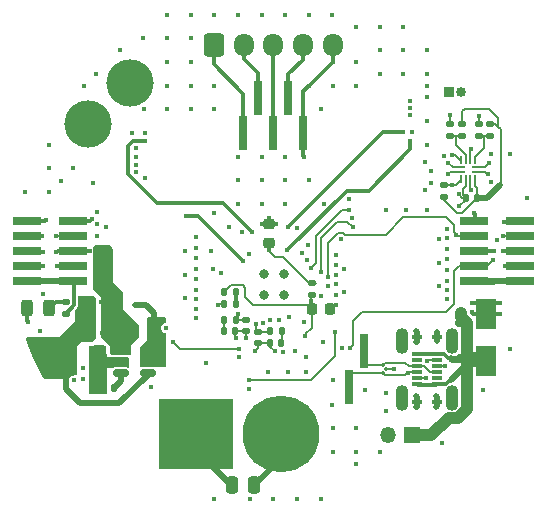
<source format=gtl>
%TF.GenerationSoftware,KiCad,Pcbnew,(6.0.9)*%
%TF.CreationDate,2023-02-03T11:40:43+01:00*%
%TF.ProjectId,BatteryManagementBoard,42617474-6572-4794-9d61-6e6167656d65,rev?*%
%TF.SameCoordinates,Original*%
%TF.FileFunction,Copper,L1,Top*%
%TF.FilePolarity,Positive*%
%FSLAX46Y46*%
G04 Gerber Fmt 4.6, Leading zero omitted, Abs format (unit mm)*
G04 Created by KiCad (PCBNEW (6.0.9)) date 2023-02-03 11:40:43*
%MOMM*%
%LPD*%
G01*
G04 APERTURE LIST*
G04 Aperture macros list*
%AMRoundRect*
0 Rectangle with rounded corners*
0 $1 Rounding radius*
0 $2 $3 $4 $5 $6 $7 $8 $9 X,Y pos of 4 corners*
0 Add a 4 corners polygon primitive as box body*
4,1,4,$2,$3,$4,$5,$6,$7,$8,$9,$2,$3,0*
0 Add four circle primitives for the rounded corners*
1,1,$1+$1,$2,$3*
1,1,$1+$1,$4,$5*
1,1,$1+$1,$6,$7*
1,1,$1+$1,$8,$9*
0 Add four rect primitives between the rounded corners*
20,1,$1+$1,$2,$3,$4,$5,0*
20,1,$1+$1,$4,$5,$6,$7,0*
20,1,$1+$1,$6,$7,$8,$9,0*
20,1,$1+$1,$8,$9,$2,$3,0*%
G04 Aperture macros list end*
%TA.AperFunction,SMDPad,CuDef*%
%ADD10RoundRect,0.250000X0.375000X1.075000X-0.375000X1.075000X-0.375000X-1.075000X0.375000X-1.075000X0*%
%TD*%
%TA.AperFunction,SMDPad,CuDef*%
%ADD11RoundRect,0.225000X-0.225000X-0.250000X0.225000X-0.250000X0.225000X0.250000X-0.225000X0.250000X0*%
%TD*%
%TA.AperFunction,SMDPad,CuDef*%
%ADD12RoundRect,0.135000X0.135000X0.185000X-0.135000X0.185000X-0.135000X-0.185000X0.135000X-0.185000X0*%
%TD*%
%TA.AperFunction,SMDPad,CuDef*%
%ADD13RoundRect,0.140000X-0.140000X-0.170000X0.140000X-0.170000X0.140000X0.170000X-0.140000X0.170000X0*%
%TD*%
%TA.AperFunction,SMDPad,CuDef*%
%ADD14RoundRect,0.050000X0.375000X0.050000X-0.375000X0.050000X-0.375000X-0.050000X0.375000X-0.050000X0*%
%TD*%
%TA.AperFunction,SMDPad,CuDef*%
%ADD15RoundRect,0.050000X0.050000X0.275000X-0.050000X0.275000X-0.050000X-0.275000X0.050000X-0.275000X0*%
%TD*%
%TA.AperFunction,SMDPad,CuDef*%
%ADD16RoundRect,0.140000X0.140000X0.170000X-0.140000X0.170000X-0.140000X-0.170000X0.140000X-0.170000X0*%
%TD*%
%TA.AperFunction,SMDPad,CuDef*%
%ADD17R,0.870000X0.300000*%
%TD*%
%TA.AperFunction,ComponentPad*%
%ADD18O,1.100000X2.200000*%
%TD*%
%TA.AperFunction,ComponentPad*%
%ADD19R,0.850000X0.850000*%
%TD*%
%TA.AperFunction,ComponentPad*%
%ADD20O,0.850000X0.850000*%
%TD*%
%TA.AperFunction,SMDPad,CuDef*%
%ADD21RoundRect,0.140000X-0.170000X0.140000X-0.170000X-0.140000X0.170000X-0.140000X0.170000X0.140000X0*%
%TD*%
%TA.AperFunction,SMDPad,CuDef*%
%ADD22RoundRect,0.225000X0.250000X-0.225000X0.250000X0.225000X-0.250000X0.225000X-0.250000X-0.225000X0*%
%TD*%
%TA.AperFunction,SMDPad,CuDef*%
%ADD23RoundRect,0.150000X0.512500X0.150000X-0.512500X0.150000X-0.512500X-0.150000X0.512500X-0.150000X0*%
%TD*%
%TA.AperFunction,SMDPad,CuDef*%
%ADD24R,1.800000X2.500000*%
%TD*%
%TA.AperFunction,SMDPad,CuDef*%
%ADD25R,2.400000X0.740000*%
%TD*%
%TA.AperFunction,SMDPad,CuDef*%
%ADD26RoundRect,0.250000X0.250000X0.475000X-0.250000X0.475000X-0.250000X-0.475000X0.250000X-0.475000X0*%
%TD*%
%TA.AperFunction,SMDPad,CuDef*%
%ADD27RoundRect,0.135000X-0.185000X0.135000X-0.185000X-0.135000X0.185000X-0.135000X0.185000X0.135000X0*%
%TD*%
%TA.AperFunction,SMDPad,CuDef*%
%ADD28R,0.650000X3.000000*%
%TD*%
%TA.AperFunction,SMDPad,CuDef*%
%ADD29RoundRect,0.135000X0.185000X-0.135000X0.185000X0.135000X-0.185000X0.135000X-0.185000X-0.135000X0*%
%TD*%
%TA.AperFunction,SMDPad,CuDef*%
%ADD30RoundRect,0.010000X0.090000X0.090000X-0.090000X0.090000X-0.090000X-0.090000X0.090000X-0.090000X0*%
%TD*%
%TA.AperFunction,SMDPad,CuDef*%
%ADD31RoundRect,0.135000X-0.135000X-0.185000X0.135000X-0.185000X0.135000X0.185000X-0.135000X0.185000X0*%
%TD*%
%TA.AperFunction,SMDPad,CuDef*%
%ADD32RoundRect,0.243750X-0.243750X-0.456250X0.243750X-0.456250X0.243750X0.456250X-0.243750X0.456250X0*%
%TD*%
%TA.AperFunction,SMDPad,CuDef*%
%ADD33RoundRect,0.250000X-0.250000X-0.475000X0.250000X-0.475000X0.250000X0.475000X-0.250000X0.475000X0*%
%TD*%
%TA.AperFunction,ComponentPad*%
%ADD34R,1.350000X1.350000*%
%TD*%
%TA.AperFunction,ComponentPad*%
%ADD35O,1.350000X1.350000*%
%TD*%
%TA.AperFunction,ComponentPad*%
%ADD36RoundRect,0.250000X-0.600000X-0.725000X0.600000X-0.725000X0.600000X0.725000X-0.600000X0.725000X0*%
%TD*%
%TA.AperFunction,ComponentPad*%
%ADD37O,1.700000X1.950000*%
%TD*%
%TA.AperFunction,ComponentPad*%
%ADD38C,6.500000*%
%TD*%
%TA.AperFunction,ComponentPad*%
%ADD39R,6.300000X6.000000*%
%TD*%
%TA.AperFunction,ComponentPad*%
%ADD40C,4.000000*%
%TD*%
%TA.AperFunction,ViaPad*%
%ADD41C,0.450000*%
%TD*%
%TA.AperFunction,ViaPad*%
%ADD42C,0.800000*%
%TD*%
%TA.AperFunction,ViaPad*%
%ADD43C,0.500000*%
%TD*%
%TA.AperFunction,ViaPad*%
%ADD44C,0.700000*%
%TD*%
%TA.AperFunction,Conductor*%
%ADD45C,0.200000*%
%TD*%
%TA.AperFunction,Conductor*%
%ADD46C,0.500000*%
%TD*%
%TA.AperFunction,Conductor*%
%ADD47C,0.300000*%
%TD*%
%TA.AperFunction,Conductor*%
%ADD48C,1.000000*%
%TD*%
G04 APERTURE END LIST*
D10*
X135200000Y-109300000D03*
X132400000Y-109300000D03*
D11*
X153225000Y-104900000D03*
X154775000Y-104900000D03*
D12*
X146810000Y-103500000D03*
X145790000Y-103500000D03*
D13*
X145820000Y-106800000D03*
X146780000Y-106800000D03*
D14*
X167205000Y-93280000D03*
X167205000Y-92880000D03*
D15*
X167080000Y-92255000D03*
X166680000Y-92255000D03*
X166280000Y-92255000D03*
X165880000Y-92255000D03*
D14*
X165755000Y-92880000D03*
X165755000Y-93280000D03*
D15*
X165880000Y-93905000D03*
X166280000Y-93905000D03*
X166680000Y-93905000D03*
X167080000Y-93905000D03*
D13*
X135520000Y-111600000D03*
X136480000Y-111600000D03*
D16*
X167230000Y-95500000D03*
X166270000Y-95500000D03*
D17*
X163865000Y-107250000D03*
X163865000Y-108750000D03*
X163865000Y-109250000D03*
X163865000Y-109750000D03*
X163865000Y-110250000D03*
X163865000Y-110750000D03*
X163865000Y-111250000D03*
X163865000Y-112750000D03*
X162135000Y-112750000D03*
X162135000Y-111250000D03*
X162135000Y-110750000D03*
X162135000Y-110250000D03*
X162135000Y-109750000D03*
X162135000Y-109250000D03*
X162135000Y-108750000D03*
X162135000Y-107250000D03*
D18*
X165150000Y-107600000D03*
X160850000Y-107600000D03*
X165150000Y-112400000D03*
X160850000Y-112400000D03*
D19*
X164850000Y-86550000D03*
D20*
X165850000Y-86550000D03*
D21*
X148700000Y-106820000D03*
X148700000Y-107780000D03*
D22*
X149600000Y-99300000D03*
X149600000Y-97750000D03*
D23*
X139337500Y-110350000D03*
X139337500Y-109400000D03*
X139337500Y-108450000D03*
X137062500Y-108450000D03*
X137062500Y-109400000D03*
X137062500Y-110350000D03*
D12*
X150710000Y-106800000D03*
X149690000Y-106800000D03*
D24*
X168000000Y-109300000D03*
X168000000Y-105300000D03*
D25*
X133050000Y-102540000D03*
X129150000Y-102540000D03*
X133050000Y-101270000D03*
X129150000Y-101270000D03*
X133050000Y-100000000D03*
X129150000Y-100000000D03*
X133050000Y-98730000D03*
X129150000Y-98730000D03*
X133050000Y-97460000D03*
X129150000Y-97460000D03*
D26*
X139850000Y-106700000D03*
X137950000Y-106700000D03*
D27*
X153300000Y-102690000D03*
X153300000Y-103710000D03*
X164440000Y-94420000D03*
X164440000Y-95440000D03*
D28*
X157635000Y-108500000D03*
X156365000Y-111500000D03*
D29*
X132400000Y-105310000D03*
X132400000Y-104290000D03*
D30*
X159550000Y-110000000D03*
X159250000Y-109660000D03*
X159250000Y-110340000D03*
D27*
X164970000Y-89250000D03*
X164970000Y-90270000D03*
D31*
X145790000Y-104500000D03*
X146810000Y-104500000D03*
D32*
X129162500Y-104800000D03*
X131037500Y-104800000D03*
D29*
X168370000Y-90260000D03*
X168370000Y-89240000D03*
D27*
X167370000Y-89230000D03*
X167370000Y-90250000D03*
D29*
X166000000Y-90270000D03*
X166000000Y-89250000D03*
D31*
X145790000Y-105800000D03*
X146810000Y-105800000D03*
D25*
X170850000Y-102540000D03*
X166950000Y-102540000D03*
X170850000Y-101270000D03*
X166950000Y-101270000D03*
X170850000Y-100000000D03*
X166950000Y-100000000D03*
X170850000Y-98730000D03*
X166950000Y-98730000D03*
X170850000Y-97460000D03*
X166950000Y-97460000D03*
D33*
X146450000Y-119800000D03*
X148350000Y-119800000D03*
D21*
X147700000Y-105820000D03*
X147700000Y-106780000D03*
D28*
X147460000Y-90000000D03*
X148730000Y-87000000D03*
X150000000Y-90000000D03*
X151270000Y-87000000D03*
X152540000Y-90000000D03*
D16*
X150680000Y-107800000D03*
X149720000Y-107800000D03*
D33*
X134350000Y-106700000D03*
X136250000Y-106700000D03*
X134350000Y-104700000D03*
X136250000Y-104700000D03*
D34*
X161700000Y-115600000D03*
D35*
X159700000Y-115600000D03*
D36*
X145000000Y-82525000D03*
D37*
X147500000Y-82525000D03*
X150000000Y-82525000D03*
X152500000Y-82525000D03*
X155000000Y-82525000D03*
D38*
X150600000Y-115500000D03*
D39*
X143400000Y-115500000D03*
D40*
X137817767Y-85732233D03*
X134282233Y-89267767D03*
D41*
X166700000Y-91340000D03*
X155000000Y-86000000D03*
X164700000Y-101600000D03*
X163800000Y-113200000D03*
X162100000Y-112300000D03*
X131000000Y-93000000D03*
X145300000Y-104600000D03*
X165690000Y-95200000D03*
X156998944Y-80997933D03*
X152600000Y-92000000D03*
X163300000Y-93200000D03*
X137100000Y-107300000D03*
X149000000Y-94000000D03*
X132000000Y-94100000D03*
X144860000Y-101500000D03*
X150996922Y-79994855D03*
X147890000Y-100230000D03*
X158991799Y-82990766D03*
X137993844Y-89992789D03*
X143400000Y-105700000D03*
X130700000Y-97400000D03*
X142500000Y-100000000D03*
X166800000Y-105200000D03*
X168460000Y-94160000D03*
X161250000Y-96500000D03*
X137000000Y-83000000D03*
X130500000Y-103600000D03*
X145000000Y-121000000D03*
X144300000Y-109500000D03*
X148995192Y-91994518D03*
X160998966Y-84987667D03*
X162100000Y-106800000D03*
X167700000Y-111800000D03*
X170000000Y-108250000D03*
X145000000Y-96750000D03*
X139600000Y-111500000D03*
X157000000Y-118000000D03*
X164250000Y-116250000D03*
X149000000Y-97700000D03*
X163000000Y-86000000D03*
X156400000Y-95600000D03*
X160998966Y-82989733D03*
X161710000Y-89960000D03*
X135100000Y-101500000D03*
X138400000Y-93300000D03*
X134750000Y-94250000D03*
X147000000Y-96000000D03*
X143000000Y-86000000D03*
X146992833Y-79994855D03*
X169200000Y-105300000D03*
X155800000Y-108200000D03*
X134500000Y-100000000D03*
D42*
X149200000Y-103700000D03*
D41*
X131000000Y-95000000D03*
X143400000Y-103300000D03*
X130500000Y-100100000D03*
X155000000Y-117000000D03*
X157000000Y-117000000D03*
X159000000Y-117000000D03*
X162996900Y-86997933D03*
X138400000Y-92000000D03*
X164410000Y-91980000D03*
X155300000Y-101200000D03*
X164700000Y-98100000D03*
X162999999Y-90998966D03*
X151800000Y-108500000D03*
X164000000Y-99000000D03*
X164700000Y-98900000D03*
X147994855Y-120991778D03*
X161600000Y-87300000D03*
X152440000Y-100200000D03*
X169200000Y-104400000D03*
X154992789Y-79994855D03*
X147330000Y-98410000D03*
X157000000Y-115000000D03*
X133879122Y-109920878D03*
X163800000Y-112300000D03*
X138400000Y-92700000D03*
X129200000Y-106000000D03*
X152994855Y-79994855D03*
X156000000Y-103500000D03*
X145000000Y-86000000D03*
X147700000Y-107400000D03*
X152994855Y-93994855D03*
X143400000Y-99700000D03*
X148998988Y-79994855D03*
X149600000Y-97200000D03*
X129000000Y-95000000D03*
X155300000Y-102000000D03*
X135800000Y-100000000D03*
X141000000Y-80000000D03*
X152000000Y-98040000D03*
X133000000Y-93000000D03*
X151000000Y-94000000D03*
X155300000Y-104600000D03*
X164700000Y-100700000D03*
X135100000Y-98700000D03*
X142994855Y-81994855D03*
X155300000Y-102800000D03*
X152750000Y-109000000D03*
X143400000Y-98800000D03*
X135100000Y-103100000D03*
X155001033Y-110940401D03*
X164700000Y-102500000D03*
X162800000Y-92500000D03*
X131624500Y-100100000D03*
D42*
X150900000Y-103700000D03*
D41*
X159500000Y-96500000D03*
X148400000Y-108500000D03*
X163300000Y-94200000D03*
X154000000Y-121000000D03*
X150200000Y-97700000D03*
X156650878Y-97209122D03*
X143000000Y-84000000D03*
X143400000Y-104900000D03*
X130200000Y-106800000D03*
X155300000Y-103700000D03*
X144994899Y-79994855D03*
X135400000Y-104300000D03*
X162100000Y-113200000D03*
X154988700Y-112999999D03*
X131000000Y-91000000D03*
X135500000Y-106900000D03*
X142500000Y-102000000D03*
X168891670Y-99091392D03*
X161000000Y-81000000D03*
X142500000Y-104000000D03*
X156996900Y-85987667D03*
X135800000Y-98000000D03*
X168700000Y-100000000D03*
X138400000Y-91300000D03*
X162999999Y-88996900D03*
X155300000Y-100300000D03*
X164700000Y-103300000D03*
X133130026Y-110948504D03*
X141000000Y-88000000D03*
X162100000Y-107700000D03*
X146800000Y-107400000D03*
X167370000Y-88560000D03*
X157750000Y-111750000D03*
X151250000Y-110250000D03*
X152000000Y-121000000D03*
X155700000Y-99000000D03*
X166800000Y-104400000D03*
X149000000Y-96000000D03*
X135100000Y-100600000D03*
X156000000Y-101500000D03*
X163850000Y-107650000D03*
X162800000Y-94800000D03*
X143400000Y-101500000D03*
X155000000Y-115000000D03*
X163000000Y-96500000D03*
X147000000Y-94000000D03*
X135100000Y-96700000D03*
X169400000Y-100000000D03*
X164000000Y-101000000D03*
X153000000Y-86000000D03*
X167000000Y-96800000D03*
X149991778Y-120991778D03*
X162996900Y-84987667D03*
X138996922Y-87994855D03*
X161600000Y-88500000D03*
X135000000Y-85000000D03*
X168420000Y-91790000D03*
X150800000Y-108534500D03*
X164700000Y-104100000D03*
X151000000Y-92000000D03*
X143000000Y-88000000D03*
X133900000Y-110800000D03*
X152750000Y-110250000D03*
X158991799Y-80992833D03*
X155000000Y-84000000D03*
X147000000Y-92000000D03*
X147900000Y-111700000D03*
X141000000Y-84000000D03*
X142996965Y-79994855D03*
X143400000Y-100600000D03*
X139110000Y-90010000D03*
X151000000Y-96000000D03*
X152540000Y-88040000D03*
D42*
X149200000Y-101900000D03*
D41*
X134000000Y-86000000D03*
X152900000Y-99500000D03*
X160200000Y-110000000D03*
X153999999Y-87997933D03*
X164700000Y-99800000D03*
X143400000Y-102400000D03*
X139100000Y-93800000D03*
X171500000Y-95500000D03*
X159500000Y-113500000D03*
X162999999Y-82990766D03*
X161600000Y-87900000D03*
X143400000Y-104100000D03*
X141000000Y-86000000D03*
X150124500Y-108500000D03*
X135800000Y-102000000D03*
X135100000Y-99700000D03*
X158988700Y-84987667D03*
X164960000Y-88510000D03*
X159500000Y-112000000D03*
X141000000Y-82000000D03*
X149500000Y-110250000D03*
X165750000Y-96210000D03*
X154250000Y-96000000D03*
X138989733Y-81999999D03*
X156996900Y-83989733D03*
D42*
X150900000Y-101900000D03*
D41*
X146250000Y-98000000D03*
X164000000Y-103000000D03*
X163865000Y-106865000D03*
X144750000Y-100000000D03*
X134600000Y-97300000D03*
X170000000Y-91750000D03*
X147100000Y-109000000D03*
X135100000Y-102300000D03*
X145000000Y-88000000D03*
X135100000Y-97700000D03*
X154000000Y-101800000D03*
X156700000Y-98000000D03*
X156400000Y-96500000D03*
X153191973Y-101429983D03*
X138300000Y-104600000D03*
X139200000Y-104600000D03*
X152825000Y-100775000D03*
X152600000Y-106000000D03*
X153206233Y-104193767D03*
X152700000Y-107200000D03*
X148500000Y-106200000D03*
X147000000Y-105300000D03*
X149600000Y-99900000D03*
X147100000Y-108300000D03*
X141514502Y-107700000D03*
X131600000Y-98700000D03*
X131700000Y-101300000D03*
X151300000Y-105600000D03*
X132760000Y-102540000D03*
X133600000Y-102500000D03*
D43*
X168700000Y-102600000D03*
D41*
X129050000Y-102540000D03*
X169180000Y-94410000D03*
D44*
X165715688Y-106107186D03*
X165850000Y-105250000D03*
D41*
X168160000Y-93490000D03*
X162994502Y-109275500D03*
X161399832Y-110299832D03*
X164540210Y-109750000D03*
X168220000Y-92550000D03*
X162950000Y-110750000D03*
X154200000Y-107700000D03*
X154044500Y-103800000D03*
X169600000Y-101300000D03*
X164800000Y-92520000D03*
X150500000Y-105800000D03*
X149703061Y-105798166D03*
X168570000Y-100775500D03*
X156500000Y-108200000D03*
X164780000Y-93450000D03*
X169410000Y-98700000D03*
X165120878Y-91864500D03*
X154600000Y-102200000D03*
X165475500Y-98600000D03*
X154600000Y-103000000D03*
X155200000Y-106874500D03*
X130500000Y-101300000D03*
X147900000Y-110900000D03*
X149145936Y-106132031D03*
X130400000Y-98700000D03*
X146800000Y-104000000D03*
X140900000Y-106500000D03*
X145543767Y-101856233D03*
X147400000Y-100800000D03*
X142600000Y-97000000D03*
X148200000Y-98400000D03*
X139100000Y-90700000D03*
X151200000Y-98000000D03*
X161000000Y-89900000D03*
X161600000Y-90700000D03*
X151174500Y-99950000D03*
X166700000Y-94840000D03*
X169530000Y-97500000D03*
X165110000Y-94420000D03*
X130100000Y-107900000D03*
X130100000Y-108800000D03*
D45*
X166680000Y-91360000D02*
X166700000Y-91340000D01*
X166680000Y-92255000D02*
X166680000Y-91360000D01*
D46*
X163865000Y-112750000D02*
X163865000Y-113135000D01*
D47*
X168000000Y-105300000D02*
X166900000Y-105300000D01*
X131724500Y-100000000D02*
X131624500Y-100100000D01*
X168500000Y-104800000D02*
X168500000Y-104400000D01*
X129150000Y-100100000D02*
X129050000Y-100000000D01*
D45*
X166280000Y-93905000D02*
X166280000Y-94517537D01*
D46*
X163865000Y-107635000D02*
X163865000Y-107250000D01*
X163865000Y-112365000D02*
X163800000Y-112300000D01*
X162135000Y-107250000D02*
X162135000Y-106835000D01*
D47*
X129050000Y-97460000D02*
X130640000Y-97460000D01*
D45*
X148700000Y-107780000D02*
X148700000Y-108200000D01*
D47*
X168000000Y-105300000D02*
X167800000Y-105100000D01*
D46*
X163865000Y-106865000D02*
X163865000Y-107250000D01*
D47*
X167800000Y-104400000D02*
X166800000Y-104400000D01*
D45*
X147700000Y-106780000D02*
X147700000Y-106800000D01*
X166270000Y-95690000D02*
X165750000Y-96210000D01*
X166270000Y-95500000D02*
X165990000Y-95500000D01*
X146780000Y-106800000D02*
X147680000Y-106800000D01*
X166010000Y-94787537D02*
X166010000Y-95240000D01*
D47*
X166900000Y-105300000D02*
X166800000Y-105200000D01*
D46*
X163850000Y-107650000D02*
X163865000Y-107635000D01*
D45*
X149600000Y-97750000D02*
X149600000Y-97200000D01*
X149720000Y-108095500D02*
X150124500Y-108500000D01*
D46*
X162135000Y-112335000D02*
X162100000Y-112300000D01*
D45*
X166270000Y-95500000D02*
X166010000Y-95240000D01*
D46*
X150600000Y-117575000D02*
X150600000Y-115500000D01*
D45*
X149600000Y-97750000D02*
X150150000Y-97750000D01*
D47*
X153000000Y-86000000D02*
X155000000Y-84000000D01*
D45*
X166270000Y-95500000D02*
X166270000Y-95690000D01*
D47*
X167050000Y-96850000D02*
X167000000Y-96800000D01*
D45*
X147680000Y-106800000D02*
X147700000Y-106780000D01*
D46*
X162135000Y-112750000D02*
X162135000Y-112335000D01*
X162135000Y-112750000D02*
X162135000Y-113165000D01*
D45*
X149050000Y-97750000D02*
X149600000Y-97750000D01*
D47*
X167050000Y-100000000D02*
X168700000Y-100000000D01*
D45*
X154775000Y-104900000D02*
X155000000Y-104900000D01*
X165990000Y-95500000D02*
X165690000Y-95200000D01*
X145790000Y-104500000D02*
X145400000Y-104500000D01*
D47*
X167800000Y-105100000D02*
X167800000Y-104400000D01*
D45*
X166280000Y-94517537D02*
X166010000Y-94787537D01*
X155000000Y-104900000D02*
X155300000Y-104600000D01*
D47*
X168500000Y-104400000D02*
X169200000Y-104400000D01*
X132950000Y-100000000D02*
X131724500Y-100000000D01*
D45*
X164970000Y-89250000D02*
X164970000Y-88520000D01*
D47*
X152540000Y-90000000D02*
X152540000Y-91940000D01*
D46*
X162135000Y-106835000D02*
X162100000Y-106800000D01*
D45*
X159550000Y-110000000D02*
X160200000Y-110000000D01*
D47*
X129162500Y-104800000D02*
X129162500Y-105962500D01*
D45*
X150150000Y-97750000D02*
X150200000Y-97700000D01*
D47*
X130640000Y-97460000D02*
X130700000Y-97400000D01*
D46*
X162100000Y-107700000D02*
X162135000Y-107665000D01*
D45*
X146780000Y-107380000D02*
X146780000Y-106800000D01*
X148720000Y-107800000D02*
X148700000Y-107780000D01*
X149720000Y-107800000D02*
X148720000Y-107800000D01*
X149720000Y-107800000D02*
X149720000Y-108095500D01*
X148700000Y-108200000D02*
X148400000Y-108500000D01*
D46*
X163865000Y-112750000D02*
X163865000Y-112365000D01*
D47*
X152540000Y-86460000D02*
X152540000Y-88290000D01*
X130500000Y-100100000D02*
X129150000Y-100100000D01*
D45*
X145400000Y-104500000D02*
X145300000Y-104600000D01*
D47*
X152540000Y-91940000D02*
X152600000Y-92000000D01*
D45*
X147700000Y-106780000D02*
X147700000Y-107400000D01*
D47*
X129162500Y-105962500D02*
X129200000Y-106000000D01*
D45*
X149000000Y-97700000D02*
X149050000Y-97750000D01*
D47*
X168000000Y-105300000D02*
X169200000Y-105300000D01*
D46*
X162135000Y-113165000D02*
X162100000Y-113200000D01*
D47*
X168000000Y-105300000D02*
X168500000Y-104800000D01*
X152540000Y-88040000D02*
X152540000Y-88290000D01*
D46*
X163865000Y-113135000D02*
X163800000Y-113200000D01*
D45*
X146800000Y-107400000D02*
X146780000Y-107380000D01*
D47*
X132950000Y-97460000D02*
X134440000Y-97460000D01*
D46*
X148450000Y-119725000D02*
X150600000Y-117575000D01*
D45*
X167370000Y-89230000D02*
X167370000Y-88560000D01*
D46*
X162135000Y-107665000D02*
X162135000Y-107250000D01*
D47*
X153000000Y-86000000D02*
X152540000Y-86460000D01*
X134440000Y-97460000D02*
X134600000Y-97300000D01*
X167050000Y-97460000D02*
X167050000Y-96850000D01*
X170950000Y-100000000D02*
X169400000Y-100000000D01*
X152540000Y-90000000D02*
X152540000Y-88290000D01*
D45*
X164970000Y-88520000D02*
X164960000Y-88510000D01*
D47*
X132950000Y-100000000D02*
X134500000Y-100000000D01*
X155000000Y-84000000D02*
X155000000Y-82525000D01*
D45*
X154000000Y-98900000D02*
X155400000Y-97500000D01*
X156200000Y-97500000D02*
X156700000Y-98000000D01*
X155400000Y-97500000D02*
X156200000Y-97500000D01*
X154000000Y-101800000D02*
X154000000Y-98900000D01*
X153600000Y-98700000D02*
X155800000Y-96500000D01*
X153600000Y-101021956D02*
X153600000Y-98700000D01*
X155800000Y-96500000D02*
X156400000Y-96500000D01*
X153191973Y-101429983D02*
X153600000Y-101021956D01*
D46*
X139850000Y-106700000D02*
X139850000Y-105250000D01*
X139850000Y-105250000D02*
X139200000Y-104600000D01*
X139200000Y-104600000D02*
X138300000Y-104600000D01*
X143400000Y-116850000D02*
X143400000Y-115500000D01*
X146550000Y-120000000D02*
X143400000Y-116850000D01*
D45*
X148300000Y-104600000D02*
X147600000Y-103900000D01*
X153225000Y-104900000D02*
X152925000Y-104600000D01*
X153206233Y-103803767D02*
X153300000Y-103710000D01*
X147600000Y-103100000D02*
X147380000Y-102880000D01*
X152700000Y-107200000D02*
X152700000Y-107000000D01*
X152925000Y-104600000D02*
X148300000Y-104600000D01*
X152700000Y-107000000D02*
X153225000Y-106475000D01*
X153206233Y-104881233D02*
X153225000Y-104900000D01*
X147380000Y-102880000D02*
X146410000Y-102880000D01*
X146410000Y-102880000D02*
X145790000Y-103500000D01*
X153225000Y-106475000D02*
X153225000Y-104900000D01*
X147600000Y-103900000D02*
X147600000Y-103100000D01*
X153206233Y-104193767D02*
X153206233Y-104881233D01*
X153206233Y-104193767D02*
X153206233Y-103803767D01*
X149670000Y-106820000D02*
X149690000Y-106800000D01*
X148500000Y-106200000D02*
X148500000Y-106620000D01*
X148700000Y-106820000D02*
X149670000Y-106820000D01*
X148500000Y-106620000D02*
X148700000Y-106820000D01*
X150710000Y-106800000D02*
X150710000Y-107770000D01*
X150710000Y-107770000D02*
X150680000Y-107800000D01*
X147000000Y-105610000D02*
X146810000Y-105800000D01*
X147000000Y-105300000D02*
X147000000Y-105610000D01*
X147680000Y-105800000D02*
X147700000Y-105820000D01*
X146810000Y-105800000D02*
X147680000Y-105800000D01*
X145790000Y-105800000D02*
X145790000Y-106770000D01*
X145790000Y-106770000D02*
X145820000Y-106800000D01*
X150100000Y-100500000D02*
X149600000Y-100000000D01*
X152990000Y-102690000D02*
X150800000Y-100500000D01*
X149600000Y-100000000D02*
X149600000Y-99900000D01*
X150800000Y-100500000D02*
X150100000Y-100500000D01*
X153600000Y-102690000D02*
X152990000Y-102690000D01*
X149600000Y-99900000D02*
X149600000Y-99300000D01*
X141514502Y-107700000D02*
X142114502Y-108300000D01*
X142114502Y-108300000D02*
X147100000Y-108300000D01*
X132920000Y-98700000D02*
X132950000Y-98730000D01*
X131600000Y-98700000D02*
X132920000Y-98700000D01*
X131700000Y-101300000D02*
X132920000Y-101300000D01*
X132920000Y-101300000D02*
X132950000Y-101270000D01*
X164440000Y-95690000D02*
X164440000Y-95440000D01*
X169240000Y-89690000D02*
X169240000Y-94350000D01*
X169010000Y-89460000D02*
X169010000Y-88720000D01*
X165980000Y-96750000D02*
X165500000Y-96750000D01*
X166000000Y-88140000D02*
X166000000Y-89250000D01*
D46*
X167250000Y-95520000D02*
X167230000Y-95500000D01*
D45*
X168790000Y-89240000D02*
X169010000Y-89460000D01*
X167080000Y-93905000D02*
X167080000Y-94450000D01*
D46*
X167050000Y-102540000D02*
X170950000Y-102540000D01*
X169180000Y-94410000D02*
X168070000Y-95520000D01*
X168700000Y-102600000D02*
X167110000Y-102600000D01*
D45*
X166180000Y-87960000D02*
X166000000Y-88140000D01*
X169240000Y-94350000D02*
X169180000Y-94410000D01*
X168370000Y-89240000D02*
X168790000Y-89240000D01*
D47*
X133100000Y-104595894D02*
X133100000Y-102900000D01*
D45*
X167270000Y-95460000D02*
X167230000Y-95500000D01*
X169010000Y-88720000D02*
X168250000Y-87960000D01*
X167080000Y-94450000D02*
X167270000Y-94640000D01*
D47*
X132400000Y-105295894D02*
X133100000Y-104595894D01*
D45*
X167230000Y-95500000D02*
X165980000Y-96750000D01*
X167270000Y-94640000D02*
X167270000Y-95460000D01*
D46*
X132760000Y-102540000D02*
X129050000Y-102540000D01*
D45*
X169010000Y-89460000D02*
X169240000Y-89690000D01*
X168250000Y-87960000D02*
X166180000Y-87960000D01*
D46*
X132950000Y-102540000D02*
X132760000Y-102540000D01*
X167110000Y-102600000D02*
X167050000Y-102540000D01*
D47*
X132400000Y-105310000D02*
X132400000Y-105295894D01*
D45*
X165500000Y-96750000D02*
X164440000Y-95690000D01*
D46*
X168070000Y-95520000D02*
X167250000Y-95520000D01*
D47*
X162185000Y-108700000D02*
X163815000Y-108700000D01*
X163865000Y-111250000D02*
X164576203Y-111250000D01*
D48*
X164845000Y-114130000D02*
X165638772Y-114130000D01*
X163375000Y-115600000D02*
X164845000Y-114130000D01*
D47*
X164777208Y-109050000D02*
X164477208Y-108750000D01*
D48*
X166400000Y-108700000D02*
X166400000Y-106108148D01*
X166400000Y-113368772D02*
X166400000Y-108700000D01*
D47*
X165672792Y-108900000D02*
X165522792Y-109050000D01*
D46*
X165716650Y-106108148D02*
X166400000Y-106108148D01*
X166100000Y-108900000D02*
X166200000Y-108800000D01*
D47*
X162135000Y-111250000D02*
X162210000Y-111325000D01*
X162210000Y-111325000D02*
X163790000Y-111325000D01*
D46*
X166400000Y-106000000D02*
X166400000Y-108500000D01*
X166400000Y-109550000D02*
X166400000Y-109200000D01*
X166400000Y-109200000D02*
X165120000Y-109200000D01*
X165120000Y-109200000D02*
X165000000Y-109080000D01*
D47*
X164926203Y-110900000D02*
X165050000Y-110900000D01*
D48*
X165638772Y-114130000D02*
X166400000Y-113368772D01*
D46*
X166200000Y-108800000D02*
X167500000Y-108800000D01*
X165715688Y-106107186D02*
X165822874Y-106000000D01*
X166400000Y-109200000D02*
X166400000Y-108500000D01*
D48*
X167000000Y-109300000D02*
X168000000Y-109300000D01*
X166400000Y-108700000D02*
X167000000Y-109300000D01*
X166400000Y-106108148D02*
X165850000Y-105558148D01*
D47*
X163815000Y-108700000D02*
X163865000Y-108750000D01*
X164477208Y-108750000D02*
X163865000Y-108750000D01*
X162135000Y-108750000D02*
X162185000Y-108700000D01*
D46*
X166400000Y-105800000D02*
X166400000Y-106000000D01*
X167500000Y-108800000D02*
X168000000Y-109300000D01*
X165050000Y-110900000D02*
X166400000Y-109550000D01*
X166100000Y-108900000D02*
X166400000Y-108600000D01*
D47*
X166400000Y-108600000D02*
X166400000Y-108500000D01*
X163790000Y-111325000D02*
X163865000Y-111250000D01*
D48*
X161700000Y-115600000D02*
X163375000Y-115600000D01*
D47*
X165522792Y-109050000D02*
X164777208Y-109050000D01*
D46*
X165822874Y-106000000D02*
X166400000Y-106000000D01*
X165850000Y-105250000D02*
X166400000Y-105800000D01*
D47*
X164576203Y-111250000D02*
X164926203Y-110900000D01*
D48*
X165850000Y-105558148D02*
X165850000Y-105250000D01*
D47*
X166100000Y-108900000D02*
X165672792Y-108900000D01*
D46*
X165715688Y-106107186D02*
X165716650Y-106108148D01*
D45*
X163020002Y-109250000D02*
X163865000Y-109250000D01*
X162994502Y-109275500D02*
X163020002Y-109250000D01*
X167950000Y-93280000D02*
X168160000Y-93490000D01*
X167205000Y-93280000D02*
X167950000Y-93280000D01*
X156365000Y-111500000D02*
X156365000Y-110405000D01*
X161449664Y-110250000D02*
X161399832Y-110299832D01*
X156430000Y-110340000D02*
X159250000Y-110340000D01*
X163865000Y-109750000D02*
X164540210Y-109750000D01*
X162135000Y-110250000D02*
X161449664Y-110250000D01*
X159435000Y-110525000D02*
X159250000Y-110340000D01*
X161399832Y-110299832D02*
X161174664Y-110525000D01*
X156365000Y-110405000D02*
X156430000Y-110340000D01*
X161174664Y-110525000D02*
X159435000Y-110525000D01*
X157635000Y-108500000D02*
X157635000Y-109605000D01*
X161450000Y-109750000D02*
X161175000Y-109475000D01*
X163865000Y-110250000D02*
X163250000Y-110250000D01*
X163250000Y-110250000D02*
X162750000Y-109750000D01*
X162750000Y-109750000D02*
X162135000Y-109750000D01*
X159435000Y-109475000D02*
X159250000Y-109660000D01*
X162135000Y-109750000D02*
X161450000Y-109750000D01*
X157635000Y-109605000D02*
X157690000Y-109660000D01*
X161175000Y-109475000D02*
X159435000Y-109475000D01*
X157690000Y-109660000D02*
X159250000Y-109660000D01*
X162950000Y-110750000D02*
X162135000Y-110750000D01*
X167890000Y-92880000D02*
X168220000Y-92550000D01*
X167205000Y-92880000D02*
X167890000Y-92880000D01*
X165160000Y-92880000D02*
X164800000Y-92520000D01*
X169600000Y-101300000D02*
X170920000Y-101300000D01*
X165755000Y-92880000D02*
X165160000Y-92880000D01*
X156740000Y-107960000D02*
X156740000Y-105960000D01*
X157500000Y-105200000D02*
X164610000Y-105200000D01*
X168075500Y-101270000D02*
X168570000Y-100775500D01*
X165730000Y-101270000D02*
X167050000Y-101270000D01*
X164950000Y-93280000D02*
X164780000Y-93450000D01*
X165300000Y-101700000D02*
X165730000Y-101270000D01*
X165755000Y-93280000D02*
X164950000Y-93280000D01*
X156740000Y-105960000D02*
X157500000Y-105200000D01*
X167050000Y-101270000D02*
X168075500Y-101270000D01*
X164610000Y-105200000D02*
X165300000Y-104510000D01*
X165300000Y-104510000D02*
X165300000Y-101700000D01*
X156500000Y-108200000D02*
X156740000Y-107960000D01*
X165370000Y-91870000D02*
X165364500Y-91864500D01*
X165755000Y-92255000D02*
X165370000Y-91870000D01*
X169410000Y-98700000D02*
X170920000Y-98700000D01*
X165364500Y-91864500D02*
X165120878Y-91864500D01*
X165880000Y-92255000D02*
X165755000Y-92255000D01*
X165630000Y-98730000D02*
X167050000Y-98730000D01*
X154600000Y-102200000D02*
X154600000Y-99357537D01*
X164600000Y-97100000D02*
X165300000Y-97800000D01*
X165300000Y-98400000D02*
X165630000Y-98730000D01*
X155482537Y-98475000D02*
X155917463Y-98475000D01*
X155917463Y-98475000D02*
X156042463Y-98600000D01*
X165300000Y-97800000D02*
X165300000Y-98400000D01*
X156042463Y-98600000D02*
X159500000Y-98600000D01*
X161000000Y-97100000D02*
X164600000Y-97100000D01*
X159500000Y-98600000D02*
X161000000Y-97100000D01*
X154600000Y-99357537D02*
X155482537Y-98475000D01*
X155200000Y-106874500D02*
X155200000Y-108900000D01*
X155200000Y-108900000D02*
X153400000Y-110700000D01*
X130500000Y-101300000D02*
X129080000Y-101300000D01*
X153400000Y-110700000D02*
X153200000Y-110900000D01*
X153200000Y-110900000D02*
X147900000Y-110900000D01*
X130400000Y-98700000D02*
X129080000Y-98700000D01*
D47*
X131037500Y-104800000D02*
X131100000Y-104800000D01*
X131610000Y-104290000D02*
X132400000Y-104290000D01*
X131100000Y-104800000D02*
X131610000Y-104290000D01*
D45*
X146800000Y-103510000D02*
X146810000Y-103500000D01*
X146800000Y-104490000D02*
X146810000Y-104500000D01*
X146800000Y-104000000D02*
X146800000Y-104490000D01*
X146800000Y-104000000D02*
X146800000Y-103510000D01*
D47*
X142600000Y-97000000D02*
X143600000Y-97000000D01*
X143600000Y-97000000D02*
X147400000Y-100800000D01*
X137700000Y-93500000D02*
X140100000Y-95900000D01*
X145700000Y-95900000D02*
X148200000Y-98400000D01*
X140100000Y-95900000D02*
X145700000Y-95900000D01*
X138100000Y-90700000D02*
X137700000Y-91100000D01*
X139100000Y-90700000D02*
X138100000Y-90700000D01*
X137700000Y-91100000D02*
X137700000Y-93500000D01*
X159100000Y-90100000D02*
X159300000Y-89900000D01*
X151200000Y-98000000D02*
X159100000Y-90100000D01*
X159300000Y-89900000D02*
X161000000Y-89900000D01*
X156224500Y-94900000D02*
X158100000Y-94900000D01*
X161600000Y-91400000D02*
X161600000Y-90700000D01*
X158100000Y-94900000D02*
X161600000Y-91400000D01*
X151174500Y-99950000D02*
X156224500Y-94900000D01*
X145000000Y-84200000D02*
X145000000Y-82525000D01*
X147460000Y-90000000D02*
X147460000Y-86660000D01*
X147460000Y-86660000D02*
X145000000Y-84200000D01*
X148730000Y-84930000D02*
X148730000Y-87000000D01*
X147500000Y-82525000D02*
X147500000Y-83700000D01*
X147500000Y-83700000D02*
X148730000Y-84930000D01*
X150000000Y-90000000D02*
X150000000Y-82525000D01*
X151270000Y-87000000D02*
X151270000Y-85030000D01*
X152500000Y-83800000D02*
X152500000Y-82525000D01*
X151270000Y-85030000D02*
X152500000Y-83800000D01*
D45*
X166280000Y-91835025D02*
X165430000Y-90985025D01*
X165430000Y-90985025D02*
X165430000Y-90270000D01*
X166280000Y-92255000D02*
X166280000Y-91835025D01*
X166000000Y-90270000D02*
X165430000Y-90270000D01*
X165430000Y-90270000D02*
X164970000Y-90270000D01*
X167830000Y-91270000D02*
X167830000Y-90250000D01*
X167080000Y-92020000D02*
X167830000Y-91270000D01*
X167830000Y-90250000D02*
X168360000Y-90250000D01*
X168360000Y-90250000D02*
X168370000Y-90260000D01*
X167080000Y-92255000D02*
X167080000Y-92020000D01*
X167370000Y-90250000D02*
X167830000Y-90250000D01*
X166680000Y-94820000D02*
X166700000Y-94840000D01*
X166680000Y-93905000D02*
X166680000Y-94820000D01*
X170950000Y-97460000D02*
X169570000Y-97460000D01*
X164440000Y-94420000D02*
X165110000Y-94420000D01*
X165880000Y-94020000D02*
X165480000Y-94420000D01*
X165480000Y-94420000D02*
X165110000Y-94420000D01*
X165880000Y-93905000D02*
X165880000Y-94020000D01*
X169570000Y-97460000D02*
X169530000Y-97500000D01*
D46*
X137062500Y-111017500D02*
X136480000Y-111600000D01*
X137062500Y-110350000D02*
X137062500Y-111017500D01*
X132400000Y-111700000D02*
X132400000Y-109300000D01*
X133600000Y-112900000D02*
X132400000Y-111700000D01*
X139337500Y-110350000D02*
X139337500Y-110462500D01*
X136900000Y-112900000D02*
X133600000Y-112900000D01*
X139337500Y-110462500D02*
X136900000Y-112900000D01*
%TA.AperFunction,Conductor*%
G36*
X134817183Y-103818907D02*
G01*
X134828996Y-103828996D01*
X134971004Y-103971004D01*
X134998781Y-104025521D01*
X135000000Y-104041008D01*
X135000000Y-104125226D01*
X134995155Y-104155818D01*
X134993819Y-104159931D01*
X134990281Y-104166874D01*
X134969196Y-104300000D01*
X134990281Y-104433126D01*
X134993819Y-104440069D01*
X134995155Y-104444182D01*
X135000000Y-104474774D01*
X135000000Y-107258992D01*
X134981093Y-107317183D01*
X134971004Y-107328996D01*
X134628996Y-107671004D01*
X134574479Y-107698781D01*
X134558992Y-107700000D01*
X133700000Y-107700000D01*
X133400000Y-108000000D01*
X133400000Y-110358992D01*
X133381093Y-110417183D01*
X133371004Y-110428996D01*
X133297148Y-110502852D01*
X133242631Y-110530629D01*
X133211657Y-110530629D01*
X133137723Y-110518919D01*
X133137722Y-110518919D01*
X133130026Y-110517700D01*
X133122330Y-110518919D01*
X133004595Y-110537566D01*
X133004594Y-110537566D01*
X132996900Y-110538785D01*
X132989961Y-110542321D01*
X132989960Y-110542321D01*
X132883745Y-110596440D01*
X132883743Y-110596441D01*
X132876806Y-110599976D01*
X132781498Y-110695284D01*
X132755684Y-110745947D01*
X132712421Y-110789210D01*
X132667476Y-110800000D01*
X130606666Y-110800000D01*
X130548475Y-110781093D01*
X130520928Y-110750497D01*
X130503643Y-110720556D01*
X130501647Y-110716925D01*
X130071825Y-109894754D01*
X130069981Y-109891040D01*
X129674948Y-109051553D01*
X129673262Y-109047765D01*
X129313748Y-108192513D01*
X129312221Y-108188658D01*
X129031383Y-107433509D01*
X129028821Y-107372377D01*
X129062680Y-107321414D01*
X129124174Y-107300000D01*
X131800000Y-107300000D01*
X133200000Y-105900000D01*
X133200000Y-105032584D01*
X133218907Y-104974393D01*
X133228996Y-104962580D01*
X133313937Y-104877639D01*
X133330240Y-104864474D01*
X133332274Y-104863161D01*
X133332278Y-104863158D01*
X133339152Y-104858719D01*
X133358985Y-104833562D01*
X133362899Y-104829157D01*
X133362898Y-104829156D01*
X133365551Y-104826025D01*
X133368428Y-104823148D01*
X133379044Y-104808293D01*
X133381835Y-104804575D01*
X133406327Y-104773508D01*
X133406327Y-104773507D01*
X133411392Y-104767083D01*
X133413958Y-104759776D01*
X133414605Y-104758530D01*
X133419111Y-104752225D01*
X133432788Y-104706490D01*
X133434229Y-104702055D01*
X133447993Y-104662861D01*
X133447994Y-104662858D01*
X133450055Y-104656988D01*
X133450500Y-104651850D01*
X133450500Y-104649714D01*
X133450575Y-104647975D01*
X133450689Y-104646632D01*
X133452543Y-104640431D01*
X133451974Y-104625931D01*
X133450576Y-104590356D01*
X133450500Y-104586470D01*
X133450500Y-103899000D01*
X133469407Y-103840809D01*
X133518907Y-103804845D01*
X133549500Y-103800000D01*
X134758992Y-103800000D01*
X134817183Y-103818907D01*
G37*
%TD.AperFunction*%
%TA.AperFunction,Conductor*%
G36*
X140859191Y-105618907D02*
G01*
X140895155Y-105668407D01*
X140900000Y-105699000D01*
X140900000Y-105984642D01*
X140881093Y-106042833D01*
X140831593Y-106078797D01*
X140816487Y-106082423D01*
X140774569Y-106089062D01*
X140774568Y-106089062D01*
X140766874Y-106090281D01*
X140759935Y-106093817D01*
X140759934Y-106093817D01*
X140653719Y-106147936D01*
X140653717Y-106147937D01*
X140646780Y-106151472D01*
X140551472Y-106246780D01*
X140490281Y-106366874D01*
X140469196Y-106500000D01*
X140490281Y-106633126D01*
X140551472Y-106753220D01*
X140646780Y-106848528D01*
X140653717Y-106852063D01*
X140653719Y-106852064D01*
X140759934Y-106906183D01*
X140766874Y-106909719D01*
X140774568Y-106910938D01*
X140774569Y-106910938D01*
X140816487Y-106917577D01*
X140871004Y-106945355D01*
X140898781Y-106999871D01*
X140900000Y-107015358D01*
X140900000Y-109701000D01*
X140881093Y-109759191D01*
X140831593Y-109795155D01*
X140801000Y-109800000D01*
X138799000Y-109800000D01*
X138740809Y-109781093D01*
X138704845Y-109731593D01*
X138700000Y-109701000D01*
X138700000Y-108236622D01*
X138718907Y-108178431D01*
X138723834Y-108172194D01*
X139289794Y-107511907D01*
X139300000Y-107500000D01*
X139300000Y-105699000D01*
X139318907Y-105640809D01*
X139368407Y-105604845D01*
X139399000Y-105600000D01*
X140801000Y-105600000D01*
X140859191Y-105618907D01*
G37*
%TD.AperFunction*%
%TA.AperFunction,Conductor*%
G36*
X136117183Y-99518907D02*
G01*
X136128996Y-99528996D01*
X136371004Y-99771004D01*
X136398781Y-99825521D01*
X136400000Y-99841008D01*
X136400000Y-102600000D01*
X137271004Y-103471004D01*
X137298781Y-103525521D01*
X137300000Y-103541008D01*
X137300000Y-104900000D01*
X138571004Y-106171004D01*
X138598781Y-106225521D01*
X138600000Y-106241008D01*
X138600000Y-107258992D01*
X138581093Y-107317183D01*
X138571004Y-107328996D01*
X137900000Y-108000000D01*
X137900000Y-108701000D01*
X137881093Y-108759191D01*
X137831593Y-108795155D01*
X137801000Y-108800000D01*
X136299000Y-108800000D01*
X136240809Y-108781093D01*
X136204845Y-108731593D01*
X136200000Y-108701000D01*
X136200000Y-108000000D01*
X135433808Y-107329582D01*
X135402466Y-107277034D01*
X135400000Y-107255077D01*
X135400000Y-104000000D01*
X134962500Y-103500000D01*
X134724495Y-103227994D01*
X134700405Y-103171750D01*
X134700000Y-103162802D01*
X134700000Y-99741008D01*
X134718907Y-99682817D01*
X134728996Y-99671004D01*
X134871004Y-99528996D01*
X134925521Y-99501219D01*
X134941008Y-99500000D01*
X136058992Y-99500000D01*
X136117183Y-99518907D01*
G37*
%TD.AperFunction*%
%TA.AperFunction,Conductor*%
G36*
X135677031Y-108018907D02*
G01*
X135712995Y-108068407D01*
X135715917Y-108079585D01*
X135900000Y-109000000D01*
X137701000Y-109000000D01*
X137759191Y-109018907D01*
X137795155Y-109068407D01*
X137800000Y-109099000D01*
X137800000Y-109764651D01*
X137781093Y-109822842D01*
X137731593Y-109858806D01*
X137676556Y-109859202D01*
X137676518Y-109859464D01*
X137674805Y-109859214D01*
X137674804Y-109859214D01*
X137668914Y-109858355D01*
X137668912Y-109858354D01*
X137611763Y-109850017D01*
X137611761Y-109850017D01*
X137608218Y-109849500D01*
X136516782Y-109849500D01*
X136513199Y-109850028D01*
X136513192Y-109850028D01*
X136455501Y-109858521D01*
X136455499Y-109858522D01*
X136447888Y-109859642D01*
X136386327Y-109889867D01*
X136342696Y-109900000D01*
X135900000Y-109900000D01*
X135900000Y-112001000D01*
X135881093Y-112059191D01*
X135831593Y-112095155D01*
X135801000Y-112100000D01*
X134499000Y-112100000D01*
X134440809Y-112081093D01*
X134404845Y-112031593D01*
X134400000Y-112001000D01*
X134400000Y-108099000D01*
X134418907Y-108040809D01*
X134468407Y-108004845D01*
X134499000Y-108000000D01*
X135618840Y-108000000D01*
X135677031Y-108018907D01*
G37*
%TD.AperFunction*%
M02*

</source>
